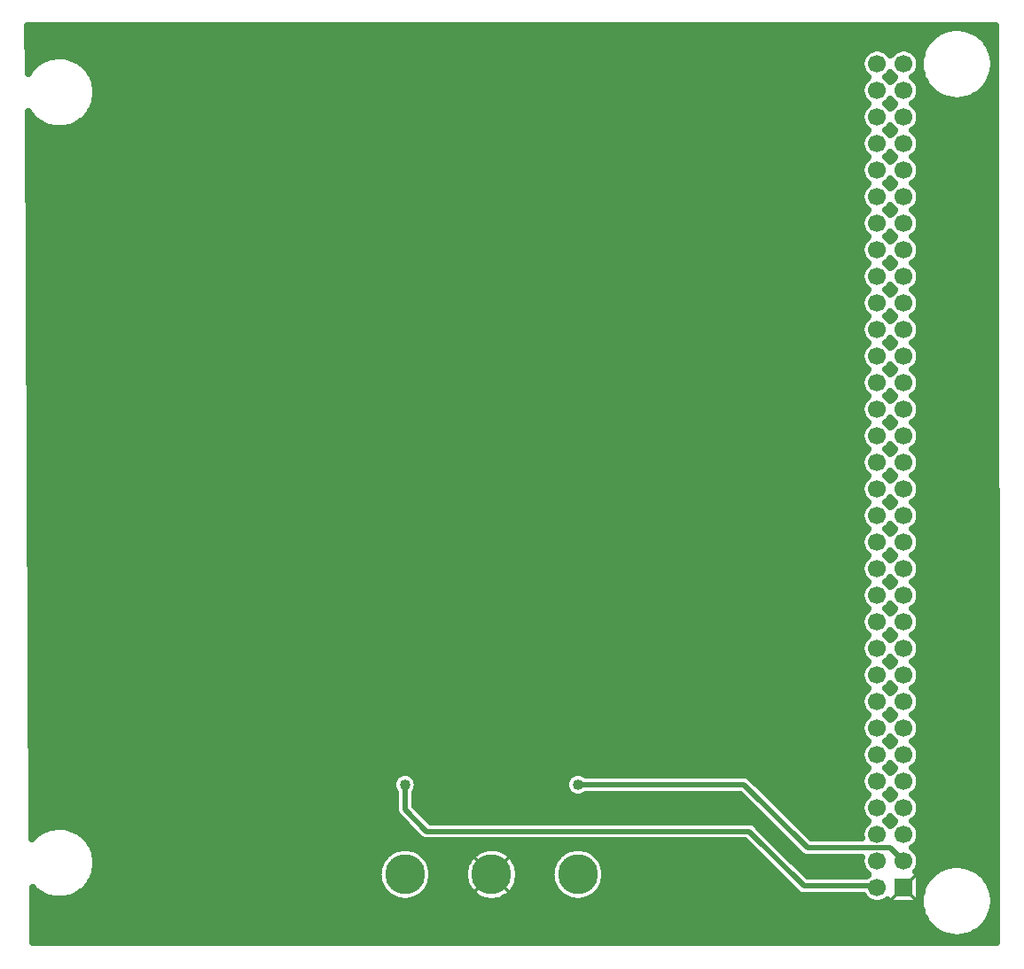
<source format=gbr>
G04 DipTrace 3.3.1.3*
G04 Bottom.gbr*
%MOIN*%
G04 #@! TF.FileFunction,Copper,L2,Bot*
G04 #@! TF.Part,Single*
G04 #@! TA.AperFunction,Conductor*
%ADD12C,0.02*%
G04 #@! TA.AperFunction,CopperBalancing*
%ADD13C,0.025*%
%ADD14C,0.013*%
G04 #@! TA.AperFunction,ComponentPad*
%ADD16C,0.15*%
%ADD17R,0.066929X0.066929*%
%ADD18C,0.066929*%
G04 #@! TA.AperFunction,ViaPad*
%ADD19C,0.04*%
%FSLAX26Y26*%
G04*
G70*
G90*
G75*
G01*
G04 Bottom*
%LPD*%
X1895213Y1032705D2*
D12*
Y938759D1*
X1976464Y857508D1*
X3188964D1*
X3395213Y651259D1*
X3663962D1*
X3670213Y645008D1*
X2545213Y1032705D2*
X3170016D1*
X3407713Y795008D1*
X3720213D1*
X3770213Y745008D1*
D19*
X1895213Y1032705D3*
X2545213D3*
X479161Y3863890D2*
D13*
X3898373D1*
X4042065D2*
X4111525D1*
X479304Y3839022D2*
X3867190D1*
X4073249D2*
X4111561D1*
X479448Y3814153D2*
X3848709D1*
X4091729D2*
X4111633D1*
X479556Y3789284D2*
X3627268D1*
X3713151D2*
X3727277D1*
X3813161D2*
X3837406D1*
X4103033D2*
X4111678D1*
X479699Y3764415D2*
X536564D1*
X653844D2*
X3610977D1*
X479842Y3739546D2*
X498993D1*
X691452D2*
X3607998D1*
X712515Y3714678D2*
X3616001D1*
X3824428D2*
X3833455D1*
X725541Y3689809D2*
X3627842D1*
X3712577D2*
X3727851D1*
X3812586D2*
X3841640D1*
X4098798D2*
X4111848D1*
X732826Y3664940D2*
X3611157D1*
X3829272D2*
X3855779D1*
X4084661D2*
X4111884D1*
X735338Y3640071D2*
X3607962D1*
X3832466D2*
X3878672D1*
X4061766D2*
X4111920D1*
X733329Y3615203D2*
X3615678D1*
X3824751D2*
X3921985D1*
X4018453D2*
X4111991D1*
X726546Y3590334D2*
X3628452D1*
X3711966D2*
X3728461D1*
X3811976D2*
X4112028D1*
X714201Y3565465D2*
X3611335D1*
X3829092D2*
X4112064D1*
X480919Y3540596D2*
X496229D1*
X694179D2*
X3607927D1*
X3832502D2*
X4112099D1*
X481027Y3515728D2*
X531037D1*
X659407D2*
X3615390D1*
X3825037D2*
X4112171D1*
X481170Y3490859D2*
X3629062D1*
X3711356D2*
X3729071D1*
X3811367D2*
X4112207D1*
X481314Y3465990D2*
X3611550D1*
X3828877D2*
X4112243D1*
X481457Y3441121D2*
X3607890D1*
X3832537D2*
X4112279D1*
X481565Y3416252D2*
X3615103D1*
X3825325D2*
X4112351D1*
X481708Y3391384D2*
X3629708D1*
X3710710D2*
X3729682D1*
X3810720D2*
X4112386D1*
X481852Y3366515D2*
X3611730D1*
X3828699D2*
X4112422D1*
X481995Y3341646D2*
X3607855D1*
X3832574D2*
X4112459D1*
X482103Y3316777D2*
X3614817D1*
X3825612D2*
X4112529D1*
X482246Y3291909D2*
X3630354D1*
X3710065D2*
X3730363D1*
X3810074D2*
X4112566D1*
X482390Y3267040D2*
X3611945D1*
X3828482D2*
X4112602D1*
X482533Y3242171D2*
X3607819D1*
X3832609D2*
X4112637D1*
X482641Y3217302D2*
X3614529D1*
X3825899D2*
X4112709D1*
X482785Y3192434D2*
X3631001D1*
X3709419D2*
X3731010D1*
X3809393D2*
X4112745D1*
X482928Y3167565D2*
X3612161D1*
X3828267D2*
X4112781D1*
X483071Y3142696D2*
X3607783D1*
X3832645D2*
X4112817D1*
X483179Y3117827D2*
X3614277D1*
X3826150D2*
X4112889D1*
X483323Y3092959D2*
X3631717D1*
X3708737D2*
X3731691D1*
X3808710D2*
X4112924D1*
X483466Y3068090D2*
X3612376D1*
X3828052D2*
X4112961D1*
X483611Y3043221D2*
X3607783D1*
X3832645D2*
X4112997D1*
X483718Y3018352D2*
X3613991D1*
X3826438D2*
X4113069D1*
X483861Y2993483D2*
X3632399D1*
X3708020D2*
X3732409D1*
X3808029D2*
X4113104D1*
X484004Y2968615D2*
X3612591D1*
X3827836D2*
X4113140D1*
X484112Y2943746D2*
X3607747D1*
X3832682D2*
X4113176D1*
X484256Y2918877D2*
X3613739D1*
X3826688D2*
X4113247D1*
X484399Y2894008D2*
X3633153D1*
X3707266D2*
X3733162D1*
X3807275D2*
X4113284D1*
X484543Y2869140D2*
X3612806D1*
X3827621D2*
X4113319D1*
X484650Y2844271D2*
X3607747D1*
X3832682D2*
X4113355D1*
X484794Y2819402D2*
X3613489D1*
X3826940D2*
X4113392D1*
X484938Y2794533D2*
X3633906D1*
X3706512D2*
X3733915D1*
X3806522D2*
X4113462D1*
X485082Y2769665D2*
X3613058D1*
X3827371D2*
X4113499D1*
X485190Y2744796D2*
X3607747D1*
X3832682D2*
X4113535D1*
X485333Y2719927D2*
X3613237D1*
X3827191D2*
X4113570D1*
X485476Y2695058D2*
X3634553D1*
X3705902D2*
X3734525D1*
X3805876D2*
X4113642D1*
X485620Y2670190D2*
X3613309D1*
X3827119D2*
X4113678D1*
X485728Y2645321D2*
X3607747D1*
X3832682D2*
X4113714D1*
X485871Y2620452D2*
X3613022D1*
X3827406D2*
X4113750D1*
X486015Y2595583D2*
X3633763D1*
X3706655D2*
X3733772D1*
X3806665D2*
X4113822D1*
X486158Y2570714D2*
X3613524D1*
X3826903D2*
X4113857D1*
X486266Y2545846D2*
X3607747D1*
X3832682D2*
X4113893D1*
X486409Y2520977D2*
X3612771D1*
X3827658D2*
X4113930D1*
X486553Y2496108D2*
X3633010D1*
X3707410D2*
X3733019D1*
X3807419D2*
X4114001D1*
X486696Y2471239D2*
X3613776D1*
X3826653D2*
X4114037D1*
X486804Y2446371D2*
X3607747D1*
X3832645D2*
X4114073D1*
X486947Y2421502D2*
X3612556D1*
X3827873D2*
X4114109D1*
X487091Y2396633D2*
X3632292D1*
X3708163D2*
X3732266D1*
X3808137D2*
X4114180D1*
X487199Y2371764D2*
X3614062D1*
X3826365D2*
X4114217D1*
X487342Y2346896D2*
X3607783D1*
X3832645D2*
X4114252D1*
X487486Y2322027D2*
X3612340D1*
X3828088D2*
X4114288D1*
X487629Y2297158D2*
X3631574D1*
X3708844D2*
X3731583D1*
X3808854D2*
X4114360D1*
X487737Y2272289D2*
X3614314D1*
X3826115D2*
X4114396D1*
X487880Y2247420D2*
X3607783D1*
X3832645D2*
X4114432D1*
X488024Y2222552D2*
X3612125D1*
X3828304D2*
X4114468D1*
X488167Y2197683D2*
X3630893D1*
X3709527D2*
X3730902D1*
X3809536D2*
X4114540D1*
X488275Y2172814D2*
X3614602D1*
X3825827D2*
X4114575D1*
X488419Y2147945D2*
X3607819D1*
X3832609D2*
X4114611D1*
X488562Y2123077D2*
X3611910D1*
X3828519D2*
X4114648D1*
X488705Y2098208D2*
X3630210D1*
X3710208D2*
X3730220D1*
X3810218D2*
X4114718D1*
X488813Y2073339D2*
X3614852D1*
X3825577D2*
X4114755D1*
X488957Y2048470D2*
X3607855D1*
X3832574D2*
X4114791D1*
X489100Y2023602D2*
X3611695D1*
X3828734D2*
X4114826D1*
X489243Y1998733D2*
X3629565D1*
X3710855D2*
X3729574D1*
X3810864D2*
X4114898D1*
X489352Y1973864D2*
X3615140D1*
X3825289D2*
X4114934D1*
X489495Y1948995D2*
X3607890D1*
X3832537D2*
X4114970D1*
X489638Y1924127D2*
X3611515D1*
X3828914D2*
X4115006D1*
X489783Y1899258D2*
X3628955D1*
X3711465D2*
X3728964D1*
X3811474D2*
X4115078D1*
X489890Y1874389D2*
X3615426D1*
X3825002D2*
X4115113D1*
X490033Y1849520D2*
X3607927D1*
X3832502D2*
X4115149D1*
X490176Y1824651D2*
X3611300D1*
X3829129D2*
X4115186D1*
X490284Y1799783D2*
X3628344D1*
X3712074D2*
X3728354D1*
X3812083D2*
X4115258D1*
X490428Y1774914D2*
X3615750D1*
X3824679D2*
X4115293D1*
X490571Y1750045D2*
X3607962D1*
X3832466D2*
X4115329D1*
X490716Y1725176D2*
X3611120D1*
X3829308D2*
X4115365D1*
X490823Y1700308D2*
X3627734D1*
X3712684D2*
X3727743D1*
X3812693D2*
X4115436D1*
X490966Y1675439D2*
X3616036D1*
X3824392D2*
X4115473D1*
X491109Y1650570D2*
X3607998D1*
X3832430D2*
X4115508D1*
X491254Y1625701D2*
X3610940D1*
X3829487D2*
X4115544D1*
X491361Y1600833D2*
X3627161D1*
X3713259D2*
X3727170D1*
X3813268D2*
X4115616D1*
X491504Y1575964D2*
X3616359D1*
X3824069D2*
X4115651D1*
X491649Y1551095D2*
X3608070D1*
X3832359D2*
X4115688D1*
X491792Y1526226D2*
X3610762D1*
X3829667D2*
X4115724D1*
X491899Y1501357D2*
X3626586D1*
X3713833D2*
X3726595D1*
X3813842D2*
X4115796D1*
X492043Y1476489D2*
X3616682D1*
X3823746D2*
X4115831D1*
X492187Y1451620D2*
X3608106D1*
X3832322D2*
X4115867D1*
X492330Y1426751D2*
X3610582D1*
X3829847D2*
X4115903D1*
X492438Y1401882D2*
X3626048D1*
X3714371D2*
X3726057D1*
X3814380D2*
X4115974D1*
X492581Y1377014D2*
X3617006D1*
X3823423D2*
X4116011D1*
X492725Y1352145D2*
X3608178D1*
X3832251D2*
X4116046D1*
X492868Y1327276D2*
X3610439D1*
X3829990D2*
X4116082D1*
X492976Y1302407D2*
X3625510D1*
X3714910D2*
X3725525D1*
X3814919D2*
X4116154D1*
X493120Y1277539D2*
X3617329D1*
X3823100D2*
X4116190D1*
X493263Y1252670D2*
X3608250D1*
X3832179D2*
X4116226D1*
X493371Y1227801D2*
X3610259D1*
X3830170D2*
X4116262D1*
X493514Y1202932D2*
X3625007D1*
X3715448D2*
X3724994D1*
X3815420D2*
X4116334D1*
X493658Y1178064D2*
X3617687D1*
X3822741D2*
X4116369D1*
X493801Y1153195D2*
X3608321D1*
X3832107D2*
X4116406D1*
X493909Y1128326D2*
X3610116D1*
X3830313D2*
X4116441D1*
X494053Y1103457D2*
X3624469D1*
X3715949D2*
X3724498D1*
X3815960D2*
X4116514D1*
X494196Y1078588D2*
X1885162D1*
X1905270D2*
X2535169D1*
X2555276D2*
X3618046D1*
X3822382D2*
X4116549D1*
X494339Y1053720D2*
X1851216D1*
X1939180D2*
X2501222D1*
X3203129D2*
X3608393D1*
X3832036D2*
X4116585D1*
X494447Y1028851D2*
X1846372D1*
X1944061D2*
X2496378D1*
X3227997D2*
X3609972D1*
X3830456D2*
X4116621D1*
X494591Y1003982D2*
X1856132D1*
X1934264D2*
X2506138D1*
X3252864D2*
X3623966D1*
X3716452D2*
X3723981D1*
X3816461D2*
X4116657D1*
X494734Y979113D2*
X1856204D1*
X1934229D2*
X3169494D1*
X3277733D2*
X3618405D1*
X3822024D2*
X4116729D1*
X494877Y954245D2*
X1856204D1*
X1934229D2*
X3194361D1*
X3302600D2*
X3608465D1*
X3831964D2*
X4116764D1*
X494985Y929376D2*
X1857424D1*
X1958701D2*
X3219229D1*
X3327468D2*
X3609829D1*
X3830600D2*
X4116800D1*
X495129Y904507D2*
X1875330D1*
X1983569D2*
X3244096D1*
X3352335D2*
X3623501D1*
X3816928D2*
X4116836D1*
X495272Y879638D2*
X1900199D1*
X3220964D2*
X3268965D1*
X3377203D2*
X3618763D1*
X3821665D2*
X4116907D1*
X495417Y854770D2*
X518657D1*
X671751D2*
X1925102D1*
X3245831D2*
X3293833D1*
X3402071D2*
X3608536D1*
X3831892D2*
X4116944D1*
X700854Y829901D2*
X1950077D1*
X3270699D2*
X3318700D1*
X3830743D2*
X4116980D1*
X718329Y805032D2*
X3187327D1*
X3295566D2*
X3343567D1*
X3817394D2*
X4117015D1*
X728986Y780163D2*
X1837473D1*
X1952960D2*
X2162476D1*
X2277962D2*
X2487478D1*
X2602966D2*
X3212196D1*
X3320435D2*
X3368435D1*
X3821306D2*
X4117087D1*
X734333Y755294D2*
X1811062D1*
X1979371D2*
X2136065D1*
X2304373D2*
X2461067D1*
X2629377D2*
X3237064D1*
X3345302D2*
X3608644D1*
X3831784D2*
X4117123D1*
X735087Y730426D2*
X1797606D1*
X1992827D2*
X2122608D1*
X2317830D2*
X2447575D1*
X2642834D2*
X3261931D1*
X3370170D2*
X3609541D1*
X3830888D2*
X3943121D1*
X3997318D2*
X4117159D1*
X731283Y705557D2*
X1791756D1*
X1998676D2*
X2116759D1*
X2323679D2*
X2441762D1*
X2648646D2*
X3286798D1*
X3395037D2*
X3622567D1*
X3817861D2*
X3885742D1*
X4054696D2*
X4117195D1*
X722491Y680688D2*
X1792222D1*
X1998210D2*
X2117226D1*
X2323213D2*
X2442229D1*
X2648180D2*
X3311667D1*
X3832682D2*
X3860012D1*
X4080426D2*
X4117267D1*
X707564Y655819D2*
X1799077D1*
X1991356D2*
X2124079D1*
X2316359D2*
X2449083D1*
X2641326D2*
X3336535D1*
X3832682D2*
X3844216D1*
X4096179D2*
X4117302D1*
X496600Y630951D2*
X507174D1*
X683270D2*
X1813968D1*
X1976428D2*
X2138972D1*
X2301431D2*
X2463974D1*
X2626435D2*
X3361402D1*
X4105581D2*
X4117338D1*
X496743Y606082D2*
X556120D1*
X634288D2*
X1843788D1*
X1946645D2*
X2168791D1*
X2271648D2*
X2493794D1*
X2596650D2*
X3622100D1*
X4109886D2*
X4117401D1*
X496888Y581213D2*
X3830767D1*
X4109636D2*
X4117409D1*
X496995Y556344D2*
X3835612D1*
X4104791D2*
X4117482D1*
X497138Y531476D2*
X3845624D1*
X4094815D2*
X4117518D1*
X497281Y506607D2*
X3862238D1*
X4078201D2*
X4117554D1*
X497426Y481738D2*
X3889545D1*
X4050893D2*
X4117625D1*
X497533Y456869D2*
X4117662D1*
X2321696Y693171D2*
X2321115Y684007D1*
X2319708Y674932D1*
X2317486Y666022D1*
X2314468Y657348D1*
X2310678Y648983D1*
X2306149Y640995D1*
X2300915Y633449D1*
X2295020Y626407D1*
X2288514Y619927D1*
X2281448Y614061D1*
X2273881Y608857D1*
X2265876Y604360D1*
X2257495Y600603D1*
X2248810Y597620D1*
X2239892Y595434D1*
X2230810Y594064D1*
X2221644Y593519D1*
X2212465Y593805D1*
X2203350Y594919D1*
X2194372Y596854D1*
X2185607Y599590D1*
X2177124Y603108D1*
X2168994Y607380D1*
X2161284Y612367D1*
X2154056Y618032D1*
X2147369Y624326D1*
X2141279Y631199D1*
X2135835Y638595D1*
X2131081Y646452D1*
X2127057Y654707D1*
X2123796Y663291D1*
X2121323Y672136D1*
X2119662Y681167D1*
X2118822Y690312D1*
X2118813Y699495D1*
X2119633Y708641D1*
X2121276Y717676D1*
X2123730Y726525D1*
X2126974Y735117D1*
X2130981Y743380D1*
X2135718Y751247D1*
X2141146Y758654D1*
X2147222Y765540D1*
X2153896Y771848D1*
X2161112Y777527D1*
X2168813Y782531D1*
X2176934Y786818D1*
X2185409Y790355D1*
X2194169Y793109D1*
X2203142Y795062D1*
X2212255Y796196D1*
X2221434Y796501D1*
X2230602Y795976D1*
X2239684Y794624D1*
X2248608Y792456D1*
X2257300Y789490D1*
X2265687Y785751D1*
X2273703Y781271D1*
X2281280Y776083D1*
X2288357Y770231D1*
X2294878Y763764D1*
X2300787Y756734D1*
X2306036Y749200D1*
X2310583Y741221D1*
X2314389Y732864D1*
X2317426Y724197D1*
X2319666Y715292D1*
X2321092Y706220D1*
X2321692Y697056D1*
X2321696Y693171D1*
X2646401Y687045D2*
X2645464Y679130D1*
X2643909Y671314D1*
X2641746Y663644D1*
X2638987Y656166D1*
X2635650Y648928D1*
X2631756Y641974D1*
X2627329Y635348D1*
X2622394Y629090D1*
X2616985Y623237D1*
X2611132Y617827D1*
X2604873Y612893D1*
X2598247Y608465D1*
X2591293Y604571D1*
X2584056Y601234D1*
X2576578Y598476D1*
X2568907Y596313D1*
X2561091Y594758D1*
X2553176Y593821D1*
X2545213Y593508D1*
X2537250Y593821D1*
X2529335Y594758D1*
X2521519Y596313D1*
X2513848Y598476D1*
X2506371Y601234D1*
X2499133Y604571D1*
X2492179Y608465D1*
X2485553Y612893D1*
X2479294Y617827D1*
X2473441Y623237D1*
X2468032Y629090D1*
X2463098Y635348D1*
X2458670Y641974D1*
X2454776Y648928D1*
X2451439Y656166D1*
X2448680Y663644D1*
X2446518Y671314D1*
X2444962Y679130D1*
X2444025Y687045D1*
X2443713Y695008D1*
X2444025Y702972D1*
X2444962Y710886D1*
X2446518Y718703D1*
X2448680Y726373D1*
X2451439Y733851D1*
X2454776Y741088D1*
X2458670Y748043D1*
X2463098Y754669D1*
X2468032Y760927D1*
X2473441Y766780D1*
X2479294Y772190D1*
X2485553Y777124D1*
X2492179Y781552D1*
X2499133Y785445D1*
X2506371Y788783D1*
X2513848Y791541D1*
X2521519Y793704D1*
X2529335Y795259D1*
X2537250Y796196D1*
X2545213Y796508D1*
X2553176Y796196D1*
X2561091Y795259D1*
X2568907Y793704D1*
X2576578Y791541D1*
X2584056Y788783D1*
X2591293Y785445D1*
X2598247Y781552D1*
X2604873Y777124D1*
X2611132Y772190D1*
X2616985Y766780D1*
X2622394Y760927D1*
X2627329Y754669D1*
X2631756Y748043D1*
X2635650Y741088D1*
X2638987Y733851D1*
X2641746Y726373D1*
X2643909Y718703D1*
X2645464Y710886D1*
X2646401Y702972D1*
X2646713Y695008D1*
X2646401Y687045D1*
X1996401D2*
X1995464Y679130D1*
X1993909Y671314D1*
X1991746Y663644D1*
X1988987Y656166D1*
X1985650Y648928D1*
X1981756Y641974D1*
X1977329Y635348D1*
X1972394Y629090D1*
X1966985Y623237D1*
X1961132Y617827D1*
X1954873Y612893D1*
X1948247Y608465D1*
X1941293Y604571D1*
X1934056Y601234D1*
X1926578Y598476D1*
X1918907Y596313D1*
X1911091Y594758D1*
X1903176Y593821D1*
X1895213Y593508D1*
X1887250Y593821D1*
X1879335Y594758D1*
X1871519Y596313D1*
X1863848Y598476D1*
X1856371Y601234D1*
X1849133Y604571D1*
X1842179Y608465D1*
X1835553Y612893D1*
X1829294Y617827D1*
X1823441Y623237D1*
X1818032Y629090D1*
X1813098Y635348D1*
X1808670Y641974D1*
X1804776Y648928D1*
X1801439Y656166D1*
X1798680Y663644D1*
X1796518Y671314D1*
X1794962Y679130D1*
X1794025Y687045D1*
X1793713Y695008D1*
X1794025Y702972D1*
X1794962Y710886D1*
X1796518Y718703D1*
X1798680Y726373D1*
X1801439Y733851D1*
X1804776Y741088D1*
X1808670Y748043D1*
X1813098Y754669D1*
X1818032Y760927D1*
X1823441Y766780D1*
X1829294Y772190D1*
X1835553Y777124D1*
X1842179Y781552D1*
X1849133Y785445D1*
X1856371Y788783D1*
X1863848Y791541D1*
X1871519Y793704D1*
X1879335Y795259D1*
X1887250Y796196D1*
X1895213Y796508D1*
X1903176Y796196D1*
X1911091Y795259D1*
X1918907Y793704D1*
X1926578Y791541D1*
X1934056Y788783D1*
X1941293Y785445D1*
X1948247Y781552D1*
X1954873Y777124D1*
X1961132Y772190D1*
X1966985Y766780D1*
X1972394Y760927D1*
X1977329Y754669D1*
X1981756Y748043D1*
X1985650Y741088D1*
X1988987Y733851D1*
X1991746Y726373D1*
X1993909Y718703D1*
X1995464Y710886D1*
X1996401Y702972D1*
X1996713Y695008D1*
X1996401Y687045D1*
X3814851Y704973D2*
X3830178D1*
Y585044D1*
X3710249D1*
Y600367D1*
X3705460Y596497D1*
X3697436Y591579D1*
X3688743Y587978D1*
X3679594Y585783D1*
X3670213Y585044D1*
X3660833Y585783D1*
X3651683Y587978D1*
X3642990Y591579D1*
X3634966Y596497D1*
X3627812Y602607D1*
X3621701Y609762D1*
X3618483Y614752D1*
X3392350Y614871D1*
X3386692Y615767D1*
X3381245Y617537D1*
X3376142Y620137D1*
X3371508Y623503D1*
X3336924Y657927D1*
X3173847Y821006D1*
X1973599Y821121D1*
X1967943Y822016D1*
X1962495Y823787D1*
X1957392Y826386D1*
X1952758Y829754D1*
X1918175Y864178D1*
X1867459Y915053D1*
X1864092Y919687D1*
X1861491Y924791D1*
X1859721Y930238D1*
X1858826Y935894D1*
X1858713Y984691D1*
Y1003888D1*
X1855565Y1008409D1*
X1852252Y1014910D1*
X1849998Y1021850D1*
X1848856Y1029057D1*
Y1036354D1*
X1849998Y1043561D1*
X1852252Y1050501D1*
X1855565Y1057002D1*
X1859855Y1062905D1*
X1865014Y1068064D1*
X1870917Y1072354D1*
X1877418Y1075666D1*
X1884357Y1077920D1*
X1891565Y1079062D1*
X1898861D1*
X1906069Y1077920D1*
X1913008Y1075666D1*
X1919510Y1072354D1*
X1925413Y1068064D1*
X1930571Y1062905D1*
X1934861Y1057002D1*
X1938174Y1050501D1*
X1940428Y1043561D1*
X1941570Y1036354D1*
Y1029057D1*
X1940428Y1021850D1*
X1938174Y1014910D1*
X1934861Y1008409D1*
X1931710Y1003951D1*
X1931713Y953868D1*
X1991587Y894003D1*
X3191827Y893896D1*
X3197483Y893001D1*
X3202931Y891230D1*
X3208035Y888630D1*
X3212669Y885263D1*
X3247251Y850839D1*
X3410330Y687760D1*
X3628137Y687759D1*
X3634966Y693520D1*
X3637154Y694982D1*
X3631270Y699411D1*
X3624616Y706065D1*
X3619085Y713676D1*
X3614813Y722061D1*
X3611906Y731010D1*
X3610434Y740304D1*
Y749713D1*
X3611809Y758520D1*
X3404850Y758621D1*
X3399192Y759516D1*
X3393745Y761287D1*
X3388642Y763886D1*
X3384008Y767254D1*
X3349424Y801678D1*
X3154882Y996220D1*
X2574016Y996205D1*
X2569510Y993057D1*
X2563008Y989745D1*
X2556069Y987490D1*
X2548861Y986348D1*
X2541565D1*
X2534357Y987490D1*
X2527418Y989745D1*
X2520917Y993057D1*
X2515014Y997347D1*
X2509855Y1002506D1*
X2505565Y1008409D1*
X2502252Y1014910D1*
X2499998Y1021850D1*
X2498856Y1029057D1*
Y1036354D1*
X2499998Y1043561D1*
X2502252Y1050501D1*
X2505565Y1057002D1*
X2509855Y1062905D1*
X2515014Y1068064D1*
X2520917Y1072354D1*
X2527418Y1075666D1*
X2534357Y1077920D1*
X2541565Y1079062D1*
X2548861D1*
X2556069Y1077920D1*
X2563008Y1075666D1*
X2569510Y1072354D1*
X2573968Y1069203D1*
X3172880Y1069092D1*
X3178537Y1068197D1*
X3183985Y1066427D1*
X3189087Y1063827D1*
X3193721Y1060460D1*
X3228305Y1026036D1*
X3422847Y831494D1*
X3611787Y831508D1*
X3610434Y840304D1*
Y849713D1*
X3611906Y859007D1*
X3614813Y867956D1*
X3619085Y876340D1*
X3624616Y883952D1*
X3631270Y890606D1*
X3637154Y894982D1*
X3631270Y899411D1*
X3624616Y906065D1*
X3619085Y913676D1*
X3614813Y922061D1*
X3611906Y931010D1*
X3610434Y940304D1*
Y949713D1*
X3611906Y959007D1*
X3614813Y967956D1*
X3619085Y976340D1*
X3624616Y983952D1*
X3631270Y990606D1*
X3637154Y994982D1*
X3631270Y999411D1*
X3624616Y1006065D1*
X3619085Y1013676D1*
X3614813Y1022061D1*
X3611906Y1031010D1*
X3610434Y1040304D1*
Y1049713D1*
X3611906Y1059007D1*
X3614813Y1067956D1*
X3619085Y1076340D1*
X3624616Y1083952D1*
X3631270Y1090606D1*
X3637154Y1094982D1*
X3631270Y1099411D1*
X3624616Y1106065D1*
X3619085Y1113676D1*
X3614813Y1122061D1*
X3611906Y1131010D1*
X3610434Y1140304D1*
Y1149713D1*
X3611906Y1159007D1*
X3614813Y1167956D1*
X3619085Y1176340D1*
X3624616Y1183952D1*
X3631270Y1190606D1*
X3637154Y1194982D1*
X3631270Y1199411D1*
X3624616Y1206065D1*
X3619085Y1213676D1*
X3614813Y1222061D1*
X3611906Y1231010D1*
X3610434Y1240304D1*
Y1249713D1*
X3611906Y1259007D1*
X3614813Y1267956D1*
X3619085Y1276340D1*
X3624616Y1283952D1*
X3631270Y1290606D1*
X3637154Y1294982D1*
X3631270Y1299411D1*
X3624616Y1306065D1*
X3619085Y1313676D1*
X3614813Y1322061D1*
X3611906Y1331010D1*
X3610434Y1340304D1*
Y1349713D1*
X3611906Y1359007D1*
X3614813Y1367956D1*
X3619085Y1376340D1*
X3624616Y1383952D1*
X3631270Y1390606D1*
X3637154Y1394982D1*
X3631270Y1399411D1*
X3624616Y1406065D1*
X3619085Y1413676D1*
X3614813Y1422061D1*
X3611906Y1431010D1*
X3610434Y1440304D1*
Y1449713D1*
X3611906Y1459007D1*
X3614813Y1467956D1*
X3619085Y1476340D1*
X3624616Y1483952D1*
X3631270Y1490606D1*
X3637154Y1494982D1*
X3631270Y1499411D1*
X3624616Y1506065D1*
X3619085Y1513676D1*
X3614813Y1522061D1*
X3611906Y1531010D1*
X3610434Y1540304D1*
Y1549713D1*
X3611906Y1559007D1*
X3614813Y1567956D1*
X3619085Y1576340D1*
X3624616Y1583952D1*
X3631270Y1590606D1*
X3637154Y1594982D1*
X3631270Y1599411D1*
X3624616Y1606065D1*
X3619085Y1613676D1*
X3614813Y1622061D1*
X3611906Y1631010D1*
X3610434Y1640304D1*
Y1649713D1*
X3611906Y1659007D1*
X3614813Y1667956D1*
X3619085Y1676340D1*
X3624616Y1683952D1*
X3631270Y1690606D1*
X3637154Y1694982D1*
X3631270Y1699411D1*
X3624616Y1706065D1*
X3619085Y1713676D1*
X3614813Y1722061D1*
X3611906Y1731010D1*
X3610434Y1740304D1*
Y1749713D1*
X3611906Y1759007D1*
X3614813Y1767956D1*
X3619085Y1776340D1*
X3624616Y1783952D1*
X3631270Y1790606D1*
X3637154Y1794982D1*
X3631270Y1799411D1*
X3624616Y1806065D1*
X3619085Y1813676D1*
X3614813Y1822061D1*
X3611906Y1831010D1*
X3610434Y1840304D1*
Y1849713D1*
X3611906Y1859007D1*
X3614813Y1867956D1*
X3619085Y1876340D1*
X3624616Y1883952D1*
X3631270Y1890606D1*
X3637154Y1894982D1*
X3631270Y1899411D1*
X3624616Y1906065D1*
X3619085Y1913676D1*
X3614813Y1922061D1*
X3611906Y1931010D1*
X3610434Y1940304D1*
Y1949713D1*
X3611906Y1959007D1*
X3614813Y1967956D1*
X3619085Y1976340D1*
X3624616Y1983952D1*
X3631270Y1990606D1*
X3637154Y1994982D1*
X3631270Y1999411D1*
X3624616Y2006065D1*
X3619085Y2013676D1*
X3614813Y2022061D1*
X3611906Y2031010D1*
X3610434Y2040304D1*
Y2049713D1*
X3611906Y2059007D1*
X3614813Y2067956D1*
X3619085Y2076340D1*
X3624616Y2083952D1*
X3631270Y2090606D1*
X3637154Y2094982D1*
X3631270Y2099411D1*
X3624616Y2106065D1*
X3619085Y2113676D1*
X3614813Y2122061D1*
X3611906Y2131010D1*
X3610434Y2140304D1*
Y2149713D1*
X3611906Y2159007D1*
X3614813Y2167956D1*
X3619085Y2176340D1*
X3624616Y2183952D1*
X3631270Y2190606D1*
X3637154Y2194982D1*
X3631270Y2199411D1*
X3624616Y2206065D1*
X3619085Y2213676D1*
X3614813Y2222061D1*
X3611906Y2231010D1*
X3610434Y2240304D1*
Y2249713D1*
X3611906Y2259007D1*
X3614813Y2267956D1*
X3619085Y2276340D1*
X3624616Y2283952D1*
X3631270Y2290606D1*
X3637154Y2294982D1*
X3631270Y2299411D1*
X3624616Y2306065D1*
X3619085Y2313676D1*
X3614813Y2322061D1*
X3611906Y2331010D1*
X3610434Y2340304D1*
Y2349713D1*
X3611906Y2359007D1*
X3614813Y2367956D1*
X3619085Y2376340D1*
X3624616Y2383952D1*
X3631270Y2390606D1*
X3637154Y2394982D1*
X3631270Y2399411D1*
X3624616Y2406065D1*
X3619085Y2413676D1*
X3614813Y2422061D1*
X3611906Y2431010D1*
X3610434Y2440304D1*
Y2449713D1*
X3611906Y2459007D1*
X3614813Y2467956D1*
X3619085Y2476340D1*
X3624616Y2483952D1*
X3631270Y2490606D1*
X3637154Y2494982D1*
X3631270Y2499411D1*
X3624616Y2506065D1*
X3619085Y2513676D1*
X3614813Y2522061D1*
X3611906Y2531010D1*
X3610434Y2540304D1*
Y2549713D1*
X3611906Y2559007D1*
X3614813Y2567956D1*
X3619085Y2576340D1*
X3624616Y2583952D1*
X3631270Y2590606D1*
X3637154Y2594982D1*
X3631270Y2599411D1*
X3624616Y2606065D1*
X3619085Y2613676D1*
X3614813Y2622061D1*
X3611906Y2631010D1*
X3610434Y2640304D1*
Y2649713D1*
X3611906Y2659007D1*
X3614813Y2667956D1*
X3619085Y2676340D1*
X3624616Y2683952D1*
X3631270Y2690606D1*
X3637154Y2694982D1*
X3631270Y2699411D1*
X3624616Y2706065D1*
X3619085Y2713676D1*
X3614813Y2722061D1*
X3611906Y2731010D1*
X3610434Y2740304D1*
Y2749713D1*
X3611906Y2759007D1*
X3614813Y2767956D1*
X3619085Y2776340D1*
X3624616Y2783952D1*
X3631270Y2790606D1*
X3637154Y2794982D1*
X3631270Y2799411D1*
X3624616Y2806065D1*
X3619085Y2813676D1*
X3614813Y2822061D1*
X3611906Y2831010D1*
X3610434Y2840304D1*
Y2849713D1*
X3611906Y2859007D1*
X3614813Y2867956D1*
X3619085Y2876340D1*
X3624616Y2883952D1*
X3631270Y2890606D1*
X3637154Y2894982D1*
X3631270Y2899411D1*
X3624616Y2906065D1*
X3619085Y2913676D1*
X3614813Y2922061D1*
X3611906Y2931010D1*
X3610434Y2940304D1*
Y2949713D1*
X3611906Y2959007D1*
X3614813Y2967956D1*
X3619085Y2976340D1*
X3624616Y2983952D1*
X3631270Y2990606D1*
X3637154Y2994982D1*
X3631270Y2999411D1*
X3624616Y3006065D1*
X3619085Y3013676D1*
X3614813Y3022061D1*
X3611906Y3031010D1*
X3610434Y3040304D1*
Y3049713D1*
X3611906Y3059007D1*
X3614813Y3067956D1*
X3619085Y3076340D1*
X3624616Y3083952D1*
X3631270Y3090606D1*
X3637154Y3094982D1*
X3631270Y3099411D1*
X3624616Y3106065D1*
X3619085Y3113676D1*
X3614813Y3122061D1*
X3611906Y3131010D1*
X3610434Y3140304D1*
Y3149713D1*
X3611906Y3159007D1*
X3614813Y3167956D1*
X3619085Y3176340D1*
X3624616Y3183952D1*
X3631270Y3190606D1*
X3637154Y3194982D1*
X3631270Y3199411D1*
X3624616Y3206065D1*
X3619085Y3213676D1*
X3614813Y3222061D1*
X3611906Y3231010D1*
X3610434Y3240304D1*
Y3249713D1*
X3611906Y3259007D1*
X3614813Y3267956D1*
X3619085Y3276340D1*
X3624616Y3283952D1*
X3631270Y3290606D1*
X3637154Y3294982D1*
X3631270Y3299411D1*
X3624616Y3306065D1*
X3619085Y3313676D1*
X3614813Y3322061D1*
X3611906Y3331010D1*
X3610434Y3340304D1*
Y3349713D1*
X3611906Y3359007D1*
X3614813Y3367956D1*
X3619085Y3376340D1*
X3624616Y3383952D1*
X3631270Y3390606D1*
X3637154Y3394982D1*
X3631270Y3399411D1*
X3624616Y3406065D1*
X3619085Y3413676D1*
X3614813Y3422061D1*
X3611906Y3431010D1*
X3610434Y3440304D1*
Y3449713D1*
X3611906Y3459007D1*
X3614813Y3467956D1*
X3619085Y3476340D1*
X3624616Y3483952D1*
X3631270Y3490606D1*
X3637154Y3494982D1*
X3631270Y3499411D1*
X3624616Y3506065D1*
X3619085Y3513676D1*
X3614813Y3522061D1*
X3611906Y3531010D1*
X3610434Y3540304D1*
Y3549713D1*
X3611906Y3559007D1*
X3614813Y3567956D1*
X3619085Y3576340D1*
X3624616Y3583952D1*
X3631270Y3590606D1*
X3637154Y3594982D1*
X3631270Y3599411D1*
X3624616Y3606065D1*
X3619085Y3613676D1*
X3614813Y3622061D1*
X3611906Y3631010D1*
X3610434Y3640304D1*
Y3649713D1*
X3611906Y3659007D1*
X3614813Y3667956D1*
X3619085Y3676340D1*
X3624616Y3683952D1*
X3631270Y3690606D1*
X3637154Y3694982D1*
X3631270Y3699411D1*
X3624616Y3706065D1*
X3619085Y3713676D1*
X3614813Y3722061D1*
X3611906Y3731010D1*
X3610434Y3740304D1*
Y3749713D1*
X3611906Y3759007D1*
X3614813Y3767956D1*
X3619085Y3776340D1*
X3624616Y3783952D1*
X3631270Y3790606D1*
X3638881Y3796137D1*
X3647266Y3800409D1*
X3656214Y3803315D1*
X3665508Y3804788D1*
X3674918D1*
X3684212Y3803315D1*
X3693161Y3800409D1*
X3701545Y3796137D1*
X3709157Y3790606D1*
X3715810Y3783952D1*
X3720187Y3778067D1*
X3724616Y3783952D1*
X3731270Y3790606D1*
X3738881Y3796137D1*
X3747266Y3800409D1*
X3756214Y3803315D1*
X3765508Y3804788D1*
X3774918D1*
X3784212Y3803315D1*
X3793161Y3800409D1*
X3801545Y3796137D1*
X3809157Y3790606D1*
X3815810Y3783952D1*
X3821342Y3776340D1*
X3825613Y3767956D1*
X3828520Y3759007D1*
X3829993Y3749713D1*
Y3740304D1*
X3828520Y3731010D1*
X3825613Y3722061D1*
X3821342Y3713676D1*
X3815810Y3706065D1*
X3809157Y3699411D1*
X3803272Y3695035D1*
X3809157Y3690606D1*
X3815810Y3683952D1*
X3821342Y3676340D1*
X3825613Y3667956D1*
X3828520Y3659007D1*
X3829993Y3649713D1*
Y3640304D1*
X3828520Y3631010D1*
X3825613Y3622061D1*
X3821342Y3613676D1*
X3815810Y3606065D1*
X3809157Y3599411D1*
X3803272Y3595035D1*
X3809157Y3590606D1*
X3815810Y3583952D1*
X3821342Y3576340D1*
X3825613Y3567956D1*
X3828520Y3559007D1*
X3829993Y3549713D1*
Y3540304D1*
X3828520Y3531010D1*
X3825613Y3522061D1*
X3821342Y3513676D1*
X3815810Y3506065D1*
X3809157Y3499411D1*
X3803272Y3495035D1*
X3809157Y3490606D1*
X3815810Y3483952D1*
X3821342Y3476340D1*
X3825613Y3467956D1*
X3828520Y3459007D1*
X3829993Y3449713D1*
Y3440304D1*
X3828520Y3431010D1*
X3825613Y3422061D1*
X3821342Y3413676D1*
X3815810Y3406065D1*
X3809157Y3399411D1*
X3803272Y3395035D1*
X3809157Y3390606D1*
X3815810Y3383952D1*
X3821342Y3376340D1*
X3825613Y3367956D1*
X3828520Y3359007D1*
X3829993Y3349713D1*
Y3340304D1*
X3828520Y3331010D1*
X3825613Y3322061D1*
X3821342Y3313676D1*
X3815810Y3306065D1*
X3809157Y3299411D1*
X3803272Y3295035D1*
X3809157Y3290606D1*
X3815810Y3283952D1*
X3821342Y3276340D1*
X3825613Y3267956D1*
X3828520Y3259007D1*
X3829993Y3249713D1*
Y3240304D1*
X3828520Y3231010D1*
X3825613Y3222061D1*
X3821342Y3213676D1*
X3815810Y3206065D1*
X3809157Y3199411D1*
X3803272Y3195035D1*
X3809157Y3190606D1*
X3815810Y3183952D1*
X3821342Y3176340D1*
X3825613Y3167956D1*
X3828520Y3159007D1*
X3829993Y3149713D1*
Y3140304D1*
X3828520Y3131010D1*
X3825613Y3122061D1*
X3821342Y3113676D1*
X3815810Y3106065D1*
X3809157Y3099411D1*
X3803272Y3095035D1*
X3809157Y3090606D1*
X3815810Y3083952D1*
X3821342Y3076340D1*
X3825613Y3067956D1*
X3828520Y3059007D1*
X3829993Y3049713D1*
Y3040304D1*
X3828520Y3031010D1*
X3825613Y3022061D1*
X3821342Y3013676D1*
X3815810Y3006065D1*
X3809157Y2999411D1*
X3803272Y2995035D1*
X3809157Y2990606D1*
X3815810Y2983952D1*
X3821342Y2976340D1*
X3825613Y2967956D1*
X3828520Y2959007D1*
X3829993Y2949713D1*
Y2940304D1*
X3828520Y2931010D1*
X3825613Y2922061D1*
X3821342Y2913676D1*
X3815810Y2906065D1*
X3809157Y2899411D1*
X3803272Y2895035D1*
X3809157Y2890606D1*
X3815810Y2883952D1*
X3821342Y2876340D1*
X3825613Y2867956D1*
X3828520Y2859007D1*
X3829993Y2849713D1*
Y2840304D1*
X3828520Y2831010D1*
X3825613Y2822061D1*
X3821342Y2813676D1*
X3815810Y2806065D1*
X3809157Y2799411D1*
X3803272Y2795035D1*
X3809157Y2790606D1*
X3815810Y2783952D1*
X3821342Y2776340D1*
X3825613Y2767956D1*
X3828520Y2759007D1*
X3829993Y2749713D1*
Y2740304D1*
X3828520Y2731010D1*
X3825613Y2722061D1*
X3821342Y2713676D1*
X3815810Y2706065D1*
X3809157Y2699411D1*
X3803272Y2695035D1*
X3809157Y2690606D1*
X3815810Y2683952D1*
X3821342Y2676340D1*
X3825613Y2667956D1*
X3828520Y2659007D1*
X3829993Y2649713D1*
Y2640304D1*
X3828520Y2631010D1*
X3825613Y2622061D1*
X3821342Y2613676D1*
X3815810Y2606065D1*
X3809157Y2599411D1*
X3803272Y2595035D1*
X3809157Y2590606D1*
X3815810Y2583952D1*
X3821342Y2576340D1*
X3825613Y2567956D1*
X3828520Y2559007D1*
X3829993Y2549713D1*
Y2540304D1*
X3828520Y2531010D1*
X3825613Y2522061D1*
X3821342Y2513676D1*
X3815810Y2506065D1*
X3809157Y2499411D1*
X3803272Y2495035D1*
X3809157Y2490606D1*
X3815810Y2483952D1*
X3821342Y2476340D1*
X3825613Y2467956D1*
X3828520Y2459007D1*
X3829993Y2449713D1*
Y2440304D1*
X3828520Y2431010D1*
X3825613Y2422061D1*
X3821342Y2413676D1*
X3815810Y2406065D1*
X3809157Y2399411D1*
X3803272Y2395035D1*
X3809157Y2390606D1*
X3815810Y2383952D1*
X3821342Y2376340D1*
X3825613Y2367956D1*
X3828520Y2359007D1*
X3829993Y2349713D1*
Y2340304D1*
X3828520Y2331010D1*
X3825613Y2322061D1*
X3821342Y2313676D1*
X3815810Y2306065D1*
X3809157Y2299411D1*
X3803272Y2295035D1*
X3809157Y2290606D1*
X3815810Y2283952D1*
X3821342Y2276340D1*
X3825613Y2267956D1*
X3828520Y2259007D1*
X3829993Y2249713D1*
Y2240304D1*
X3828520Y2231010D1*
X3825613Y2222061D1*
X3821342Y2213676D1*
X3815810Y2206065D1*
X3809157Y2199411D1*
X3803272Y2195035D1*
X3809157Y2190606D1*
X3815810Y2183952D1*
X3821342Y2176340D1*
X3825613Y2167956D1*
X3828520Y2159007D1*
X3829993Y2149713D1*
Y2140304D1*
X3828520Y2131010D1*
X3825613Y2122061D1*
X3821342Y2113676D1*
X3815810Y2106065D1*
X3809157Y2099411D1*
X3803272Y2095035D1*
X3809157Y2090606D1*
X3815810Y2083952D1*
X3821342Y2076340D1*
X3825613Y2067956D1*
X3828520Y2059007D1*
X3829993Y2049713D1*
Y2040304D1*
X3828520Y2031010D1*
X3825613Y2022061D1*
X3821342Y2013676D1*
X3815810Y2006065D1*
X3809157Y1999411D1*
X3803272Y1995035D1*
X3809157Y1990606D1*
X3815810Y1983952D1*
X3821342Y1976340D1*
X3825613Y1967956D1*
X3828520Y1959007D1*
X3829993Y1949713D1*
Y1940304D1*
X3828520Y1931010D1*
X3825613Y1922061D1*
X3821342Y1913676D1*
X3815810Y1906065D1*
X3809157Y1899411D1*
X3803272Y1895035D1*
X3809157Y1890606D1*
X3815810Y1883952D1*
X3821342Y1876340D1*
X3825613Y1867956D1*
X3828520Y1859007D1*
X3829993Y1849713D1*
Y1840304D1*
X3828520Y1831010D1*
X3825613Y1822061D1*
X3821342Y1813676D1*
X3815810Y1806065D1*
X3809157Y1799411D1*
X3803272Y1795035D1*
X3809157Y1790606D1*
X3815810Y1783952D1*
X3821342Y1776340D1*
X3825613Y1767956D1*
X3828520Y1759007D1*
X3829993Y1749713D1*
Y1740304D1*
X3828520Y1731010D1*
X3825613Y1722061D1*
X3821342Y1713676D1*
X3815810Y1706065D1*
X3809157Y1699411D1*
X3803272Y1695035D1*
X3809157Y1690606D1*
X3815810Y1683952D1*
X3821342Y1676340D1*
X3825613Y1667956D1*
X3828520Y1659007D1*
X3829993Y1649713D1*
Y1640304D1*
X3828520Y1631010D1*
X3825613Y1622061D1*
X3821342Y1613676D1*
X3815810Y1606065D1*
X3809157Y1599411D1*
X3803272Y1595035D1*
X3809157Y1590606D1*
X3815810Y1583952D1*
X3821342Y1576340D1*
X3825613Y1567956D1*
X3828520Y1559007D1*
X3829993Y1549713D1*
Y1540304D1*
X3828520Y1531010D1*
X3825613Y1522061D1*
X3821342Y1513676D1*
X3815810Y1506065D1*
X3809157Y1499411D1*
X3803272Y1495035D1*
X3809157Y1490606D1*
X3815810Y1483952D1*
X3821342Y1476340D1*
X3825613Y1467956D1*
X3828520Y1459007D1*
X3829993Y1449713D1*
Y1440304D1*
X3828520Y1431010D1*
X3825613Y1422061D1*
X3821342Y1413676D1*
X3815810Y1406065D1*
X3809157Y1399411D1*
X3803272Y1395035D1*
X3809157Y1390606D1*
X3815810Y1383952D1*
X3821342Y1376340D1*
X3825613Y1367956D1*
X3828520Y1359007D1*
X3829993Y1349713D1*
Y1340304D1*
X3828520Y1331010D1*
X3825613Y1322061D1*
X3821342Y1313676D1*
X3815810Y1306065D1*
X3809157Y1299411D1*
X3803272Y1295035D1*
X3809157Y1290606D1*
X3815810Y1283952D1*
X3821342Y1276340D1*
X3825613Y1267956D1*
X3828520Y1259007D1*
X3829993Y1249713D1*
Y1240304D1*
X3828520Y1231010D1*
X3825613Y1222061D1*
X3821342Y1213676D1*
X3815810Y1206065D1*
X3809157Y1199411D1*
X3803272Y1195035D1*
X3809157Y1190606D1*
X3815810Y1183952D1*
X3821342Y1176340D1*
X3825613Y1167956D1*
X3828520Y1159007D1*
X3829993Y1149713D1*
Y1140304D1*
X3828520Y1131010D1*
X3825613Y1122061D1*
X3821342Y1113676D1*
X3815810Y1106065D1*
X3809157Y1099411D1*
X3803272Y1095035D1*
X3809157Y1090606D1*
X3815810Y1083952D1*
X3821342Y1076340D1*
X3825613Y1067956D1*
X3828520Y1059007D1*
X3829993Y1049713D1*
Y1040304D1*
X3828520Y1031010D1*
X3825613Y1022061D1*
X3821342Y1013676D1*
X3815810Y1006065D1*
X3809157Y999411D1*
X3803272Y995035D1*
X3809157Y990606D1*
X3815810Y983952D1*
X3821342Y976340D1*
X3825613Y967956D1*
X3828520Y959007D1*
X3829993Y949713D1*
Y940304D1*
X3828520Y931010D1*
X3825613Y922061D1*
X3821342Y913676D1*
X3815810Y906065D1*
X3809157Y899411D1*
X3803272Y895035D1*
X3809157Y890606D1*
X3815810Y883952D1*
X3821342Y876340D1*
X3825613Y867956D1*
X3828520Y859007D1*
X3829993Y849713D1*
Y840304D1*
X3828520Y831010D1*
X3825613Y822061D1*
X3821342Y813676D1*
X3815810Y806065D1*
X3809157Y799411D1*
X3803272Y795035D1*
X3809157Y790606D1*
X3815810Y783952D1*
X3821342Y776340D1*
X3825613Y767956D1*
X3828520Y759007D1*
X3829993Y749713D1*
Y740304D1*
X3828520Y731010D1*
X3825613Y722061D1*
X3821342Y713676D1*
X3815810Y706065D1*
X3814800Y704970D1*
X3720239Y878067D2*
X3724616Y883952D1*
X3731270Y890606D1*
X3737154Y894982D1*
X3731270Y899411D1*
X3724616Y906065D1*
X3720239Y911949D1*
X3715810Y906065D1*
X3709157Y899411D1*
X3703272Y895035D1*
X3709157Y890606D1*
X3715810Y883952D1*
X3720187Y878067D1*
X3720239Y978067D2*
X3724616Y983952D1*
X3731270Y990606D1*
X3737154Y994982D1*
X3731270Y999411D1*
X3724616Y1006065D1*
X3720239Y1011949D1*
X3715810Y1006065D1*
X3709157Y999411D1*
X3703272Y995035D1*
X3709157Y990606D1*
X3715810Y983952D1*
X3720187Y978067D1*
X3720239Y1078067D2*
X3724616Y1083952D1*
X3731270Y1090606D1*
X3737154Y1094982D1*
X3731270Y1099411D1*
X3724616Y1106065D1*
X3720239Y1111949D1*
X3715810Y1106065D1*
X3709157Y1099411D1*
X3703272Y1095035D1*
X3709157Y1090606D1*
X3715810Y1083952D1*
X3720187Y1078067D1*
X3720239Y1178067D2*
X3724616Y1183952D1*
X3731270Y1190606D1*
X3737154Y1194982D1*
X3731270Y1199411D1*
X3724616Y1206065D1*
X3720239Y1211949D1*
X3715810Y1206065D1*
X3709157Y1199411D1*
X3703272Y1195035D1*
X3709157Y1190606D1*
X3715810Y1183952D1*
X3720187Y1178067D1*
X3720239Y1278067D2*
X3724616Y1283952D1*
X3731270Y1290606D1*
X3737154Y1294982D1*
X3731270Y1299411D1*
X3724616Y1306065D1*
X3720239Y1311949D1*
X3715810Y1306065D1*
X3709157Y1299411D1*
X3703272Y1295035D1*
X3709157Y1290606D1*
X3715810Y1283952D1*
X3720187Y1278067D1*
X3720239Y1378067D2*
X3724616Y1383952D1*
X3731270Y1390606D1*
X3737154Y1394982D1*
X3731270Y1399411D1*
X3724616Y1406065D1*
X3720239Y1411949D1*
X3715810Y1406065D1*
X3709157Y1399411D1*
X3703272Y1395035D1*
X3709157Y1390606D1*
X3715810Y1383952D1*
X3720187Y1378067D1*
X3720239Y1478067D2*
X3724616Y1483952D1*
X3731270Y1490606D1*
X3737154Y1494982D1*
X3731270Y1499411D1*
X3724616Y1506065D1*
X3720239Y1511949D1*
X3715810Y1506065D1*
X3709157Y1499411D1*
X3703272Y1495035D1*
X3709157Y1490606D1*
X3715810Y1483952D1*
X3720187Y1478067D1*
X3720239Y1578067D2*
X3724616Y1583952D1*
X3731270Y1590606D1*
X3737154Y1594982D1*
X3731270Y1599411D1*
X3724616Y1606065D1*
X3720239Y1611949D1*
X3715810Y1606065D1*
X3709157Y1599411D1*
X3703272Y1595035D1*
X3709157Y1590606D1*
X3715810Y1583952D1*
X3720187Y1578067D1*
X3720239Y1678067D2*
X3724616Y1683952D1*
X3731270Y1690606D1*
X3737154Y1694982D1*
X3731270Y1699411D1*
X3724616Y1706065D1*
X3720239Y1711949D1*
X3715810Y1706065D1*
X3709157Y1699411D1*
X3703272Y1695035D1*
X3709157Y1690606D1*
X3715810Y1683952D1*
X3720187Y1678067D1*
X3720239Y1778067D2*
X3724616Y1783952D1*
X3731270Y1790606D1*
X3737154Y1794982D1*
X3731270Y1799411D1*
X3724616Y1806065D1*
X3720239Y1811949D1*
X3715810Y1806065D1*
X3709157Y1799411D1*
X3703272Y1795035D1*
X3709157Y1790606D1*
X3715810Y1783952D1*
X3720187Y1778067D1*
X3720239Y1878067D2*
X3724616Y1883952D1*
X3731270Y1890606D1*
X3737154Y1894982D1*
X3731270Y1899411D1*
X3724616Y1906065D1*
X3720239Y1911949D1*
X3715810Y1906065D1*
X3709157Y1899411D1*
X3703272Y1895035D1*
X3709157Y1890606D1*
X3715810Y1883952D1*
X3720187Y1878067D1*
X3720239Y1978067D2*
X3724616Y1983952D1*
X3731270Y1990606D1*
X3737154Y1994982D1*
X3731270Y1999411D1*
X3724616Y2006065D1*
X3720239Y2011949D1*
X3715810Y2006065D1*
X3709157Y1999411D1*
X3703272Y1995035D1*
X3709157Y1990606D1*
X3715810Y1983952D1*
X3720187Y1978067D1*
X3720239Y2078067D2*
X3724616Y2083952D1*
X3731270Y2090606D1*
X3737154Y2094982D1*
X3731270Y2099411D1*
X3724616Y2106065D1*
X3720239Y2111949D1*
X3715810Y2106065D1*
X3709157Y2099411D1*
X3703272Y2095035D1*
X3709157Y2090606D1*
X3715810Y2083952D1*
X3720187Y2078067D1*
X3720239Y2178067D2*
X3724616Y2183952D1*
X3731270Y2190606D1*
X3737154Y2194982D1*
X3731270Y2199411D1*
X3724616Y2206065D1*
X3720239Y2211949D1*
X3715810Y2206065D1*
X3709157Y2199411D1*
X3703272Y2195035D1*
X3709157Y2190606D1*
X3715810Y2183952D1*
X3720187Y2178067D1*
X3720239Y2278067D2*
X3724616Y2283952D1*
X3731270Y2290606D1*
X3737154Y2294982D1*
X3731270Y2299411D1*
X3724616Y2306065D1*
X3720239Y2311949D1*
X3715810Y2306065D1*
X3709157Y2299411D1*
X3703272Y2295035D1*
X3709157Y2290606D1*
X3715810Y2283952D1*
X3720187Y2278067D1*
X3720239Y2378067D2*
X3724616Y2383952D1*
X3731270Y2390606D1*
X3737154Y2394982D1*
X3731270Y2399411D1*
X3724616Y2406065D1*
X3720239Y2411949D1*
X3715810Y2406065D1*
X3709157Y2399411D1*
X3703272Y2395035D1*
X3709157Y2390606D1*
X3715810Y2383952D1*
X3720187Y2378067D1*
X3720239Y2478067D2*
X3724616Y2483952D1*
X3731270Y2490606D1*
X3737154Y2494982D1*
X3731270Y2499411D1*
X3724616Y2506065D1*
X3720239Y2511949D1*
X3715810Y2506065D1*
X3709157Y2499411D1*
X3703272Y2495035D1*
X3709157Y2490606D1*
X3715810Y2483952D1*
X3720187Y2478067D1*
X3720239Y2578067D2*
X3724616Y2583952D1*
X3731270Y2590606D1*
X3737154Y2594982D1*
X3731270Y2599411D1*
X3724616Y2606065D1*
X3720239Y2611949D1*
X3715810Y2606065D1*
X3709157Y2599411D1*
X3703272Y2595035D1*
X3709157Y2590606D1*
X3715810Y2583952D1*
X3720187Y2578067D1*
X3720239Y2678067D2*
X3724616Y2683952D1*
X3731270Y2690606D1*
X3737154Y2694982D1*
X3731270Y2699411D1*
X3724616Y2706065D1*
X3720239Y2711949D1*
X3715810Y2706065D1*
X3709157Y2699411D1*
X3703272Y2695035D1*
X3709157Y2690606D1*
X3715810Y2683952D1*
X3720187Y2678067D1*
X3720239Y2778067D2*
X3724616Y2783952D1*
X3731270Y2790606D1*
X3737154Y2794982D1*
X3731270Y2799411D1*
X3724616Y2806065D1*
X3720239Y2811949D1*
X3715810Y2806065D1*
X3709157Y2799411D1*
X3703272Y2795035D1*
X3709157Y2790606D1*
X3715810Y2783952D1*
X3720187Y2778067D1*
X3720239Y2878067D2*
X3724616Y2883952D1*
X3731270Y2890606D1*
X3737154Y2894982D1*
X3731270Y2899411D1*
X3724616Y2906065D1*
X3720239Y2911949D1*
X3715810Y2906065D1*
X3709157Y2899411D1*
X3703272Y2895035D1*
X3709157Y2890606D1*
X3715810Y2883952D1*
X3720187Y2878067D1*
X3720239Y2978067D2*
X3724616Y2983952D1*
X3731270Y2990606D1*
X3737154Y2994982D1*
X3731270Y2999411D1*
X3724616Y3006065D1*
X3720239Y3011949D1*
X3715810Y3006065D1*
X3709157Y2999411D1*
X3703272Y2995035D1*
X3709157Y2990606D1*
X3715810Y2983952D1*
X3720187Y2978067D1*
X3720239Y3078067D2*
X3724616Y3083952D1*
X3731270Y3090606D1*
X3737154Y3094982D1*
X3731270Y3099411D1*
X3724616Y3106065D1*
X3720239Y3111949D1*
X3715810Y3106065D1*
X3709157Y3099411D1*
X3703272Y3095035D1*
X3709157Y3090606D1*
X3715810Y3083952D1*
X3720187Y3078067D1*
X3720239Y3178067D2*
X3724616Y3183952D1*
X3731270Y3190606D1*
X3737154Y3194982D1*
X3731270Y3199411D1*
X3724616Y3206065D1*
X3720239Y3211949D1*
X3715810Y3206065D1*
X3709157Y3199411D1*
X3703272Y3195035D1*
X3709157Y3190606D1*
X3715810Y3183952D1*
X3720187Y3178067D1*
X3720239Y3278067D2*
X3724616Y3283952D1*
X3731270Y3290606D1*
X3737154Y3294982D1*
X3731270Y3299411D1*
X3724616Y3306065D1*
X3720239Y3311949D1*
X3715810Y3306065D1*
X3709157Y3299411D1*
X3703272Y3295035D1*
X3709157Y3290606D1*
X3715810Y3283952D1*
X3720187Y3278067D1*
X3720239Y3378067D2*
X3724616Y3383952D1*
X3731270Y3390606D1*
X3737154Y3394982D1*
X3731270Y3399411D1*
X3724616Y3406065D1*
X3720239Y3411949D1*
X3715810Y3406065D1*
X3709157Y3399411D1*
X3703272Y3395035D1*
X3709157Y3390606D1*
X3715810Y3383952D1*
X3720187Y3378067D1*
X3720239Y3478067D2*
X3724616Y3483952D1*
X3731270Y3490606D1*
X3737154Y3494982D1*
X3731270Y3499411D1*
X3724616Y3506065D1*
X3720239Y3511949D1*
X3715810Y3506065D1*
X3709157Y3499411D1*
X3703272Y3495035D1*
X3709157Y3490606D1*
X3715810Y3483952D1*
X3720187Y3478067D1*
X3720239Y3578067D2*
X3724616Y3583952D1*
X3731270Y3590606D1*
X3737154Y3594982D1*
X3731270Y3599411D1*
X3724616Y3606065D1*
X3720239Y3611949D1*
X3715810Y3606065D1*
X3709157Y3599411D1*
X3703272Y3595035D1*
X3709157Y3590606D1*
X3715810Y3583952D1*
X3720187Y3578067D1*
X3720239Y3678067D2*
X3724616Y3683952D1*
X3731270Y3690606D1*
X3737154Y3694982D1*
X3731270Y3699411D1*
X3724616Y3706065D1*
X3720239Y3711949D1*
X3715810Y3706065D1*
X3709157Y3699411D1*
X3703272Y3695035D1*
X3709157Y3690606D1*
X3715810Y3683952D1*
X3720187Y3678067D1*
X732537Y3629578D2*
X731620Y3620440D1*
X730095Y3611382D1*
X727968Y3602447D1*
X725251Y3593674D1*
X721955Y3585102D1*
X718094Y3576767D1*
X713686Y3568709D1*
X708750Y3560964D1*
X703308Y3553565D1*
X697385Y3546545D1*
X691007Y3539936D1*
X684203Y3533767D1*
X677002Y3528065D1*
X669438Y3522856D1*
X661543Y3518165D1*
X653351Y3514008D1*
X644901Y3510409D1*
X636230Y3507381D1*
X627377Y3504938D1*
X618380Y3503090D1*
X609280Y3501847D1*
X600116Y3501214D1*
X590932Y3501193D1*
X581767Y3501785D1*
X572661Y3502987D1*
X563655Y3504793D1*
X554791Y3507196D1*
X546106Y3510186D1*
X537640Y3513747D1*
X529431Y3517865D1*
X521514Y3522522D1*
X513926Y3527696D1*
X506699Y3533365D1*
X499867Y3539503D1*
X493460Y3546083D1*
X487504Y3553077D1*
X482029Y3560451D1*
X478283Y3566273D1*
X493029Y830940D1*
X498973Y837146D1*
X505749Y843347D1*
X512924Y849081D1*
X520465Y854323D1*
X528339Y859052D1*
X536511Y863243D1*
X544944Y866882D1*
X553602Y869949D1*
X562444Y872432D1*
X571434Y874321D1*
X580528Y875604D1*
X589687Y876279D1*
X598872Y876342D1*
X608040Y875792D1*
X617151Y874630D1*
X626165Y872865D1*
X635040Y870502D1*
X643738Y867552D1*
X652220Y864029D1*
X660448Y859948D1*
X668385Y855327D1*
X675998Y850187D1*
X683250Y844552D1*
X690109Y838444D1*
X696546Y831893D1*
X702533Y824927D1*
X708041Y817577D1*
X713046Y809876D1*
X717527Y801859D1*
X721464Y793561D1*
X724838Y785018D1*
X727634Y776270D1*
X729842Y767354D1*
X731448Y758310D1*
X732449Y749180D1*
X732844Y738759D1*
X732537Y729579D1*
X731620Y720441D1*
X730095Y711384D1*
X727968Y702448D1*
X725251Y693675D1*
X721955Y685103D1*
X718094Y676768D1*
X713686Y668710D1*
X708750Y660965D1*
X703308Y653566D1*
X697385Y646546D1*
X691007Y639938D1*
X684203Y633768D1*
X677002Y628066D1*
X669438Y622857D1*
X661543Y618166D1*
X653351Y614010D1*
X644901Y610410D1*
X636230Y607382D1*
X627377Y604939D1*
X618380Y603091D1*
X609280Y601848D1*
X600116Y601216D1*
X590932Y601195D1*
X581767Y601787D1*
X572661Y602989D1*
X563655Y604794D1*
X554791Y607197D1*
X546106Y610187D1*
X537640Y613749D1*
X529431Y617867D1*
X521514Y622523D1*
X513926Y627697D1*
X506699Y633367D1*
X499867Y639504D1*
X494035Y645494D1*
X495145Y438731D1*
X4120184Y438759D1*
X4113986Y3888731D1*
X476503Y3888758D1*
X477495Y3710029D1*
X481326Y3716037D1*
X486734Y3723461D1*
X492625Y3730507D1*
X498973Y3737145D1*
X505749Y3743346D1*
X512924Y3749079D1*
X520465Y3754322D1*
X528339Y3759050D1*
X536511Y3763242D1*
X544944Y3766881D1*
X553602Y3769948D1*
X562444Y3772431D1*
X571434Y3774319D1*
X580528Y3775603D1*
X589687Y3776277D1*
X598872Y3776340D1*
X608040Y3775791D1*
X617151Y3774629D1*
X626165Y3772864D1*
X635040Y3770501D1*
X643738Y3767550D1*
X652220Y3764028D1*
X660448Y3759947D1*
X668385Y3755326D1*
X675998Y3750186D1*
X683250Y3744550D1*
X690109Y3738443D1*
X696546Y3731892D1*
X702533Y3724926D1*
X708041Y3717575D1*
X713046Y3709875D1*
X717527Y3701857D1*
X721464Y3693560D1*
X724838Y3685016D1*
X727634Y3676268D1*
X729842Y3667352D1*
X731448Y3658309D1*
X732449Y3649179D1*
X732844Y3638758D1*
X732537Y3629578D1*
X4107537Y585829D2*
X4106620Y576691D1*
X4105095Y567633D1*
X4102968Y558697D1*
X4100251Y549924D1*
X4096955Y541352D1*
X4093094Y533018D1*
X4088686Y524960D1*
X4083750Y517214D1*
X4078308Y509815D1*
X4072385Y502796D1*
X4066007Y496187D1*
X4059203Y490018D1*
X4052002Y484315D1*
X4044438Y479107D1*
X4036543Y474415D1*
X4028351Y470259D1*
X4019901Y466659D1*
X4011230Y463632D1*
X4002377Y461188D1*
X3993380Y459340D1*
X3984280Y458098D1*
X3975116Y457465D1*
X3965932Y457444D1*
X3956767Y458036D1*
X3947661Y459238D1*
X3938655Y461044D1*
X3929791Y463447D1*
X3921106Y466436D1*
X3912640Y469998D1*
X3904431Y474116D1*
X3896514Y478772D1*
X3888926Y483947D1*
X3881699Y489616D1*
X3874867Y495754D1*
X3868460Y502334D1*
X3862504Y509327D1*
X3857029Y516701D1*
X3852060Y524426D1*
X3847615Y532462D1*
X3843716Y540779D1*
X3840381Y549336D1*
X3837624Y558098D1*
X3835457Y567023D1*
X3833890Y576073D1*
X3832931Y585208D1*
X3832583Y594385D1*
X3832848Y603566D1*
X3833725Y612709D1*
X3835209Y621773D1*
X3837294Y630718D1*
X3839973Y639503D1*
X3843230Y648091D1*
X3847053Y656441D1*
X3851426Y664520D1*
X3856326Y672288D1*
X3861734Y679712D1*
X3867625Y686758D1*
X3873973Y693396D1*
X3880749Y699596D1*
X3887924Y705330D1*
X3895465Y710573D1*
X3903339Y715301D1*
X3911511Y719493D1*
X3919944Y723132D1*
X3928602Y726199D1*
X3937444Y728682D1*
X3946434Y730570D1*
X3955528Y731854D1*
X3964687Y732528D1*
X3973872Y732591D1*
X3983040Y732041D1*
X3992151Y730880D1*
X4001165Y729115D1*
X4010040Y726751D1*
X4018738Y723801D1*
X4027220Y720279D1*
X4035448Y716197D1*
X4043385Y711577D1*
X4050998Y706436D1*
X4058250Y700801D1*
X4065109Y694693D1*
X4071546Y688142D1*
X4077533Y681176D1*
X4083041Y673826D1*
X4088046Y666125D1*
X4092527Y658108D1*
X4096464Y649810D1*
X4099838Y641267D1*
X4102634Y632519D1*
X4104842Y623603D1*
X4106448Y614560D1*
X4107449Y605430D1*
X4107844Y595008D1*
X4107537Y585829D1*
Y3735829D2*
X4106620Y3726691D1*
X4105095Y3717633D1*
X4102968Y3708697D1*
X4100251Y3699924D1*
X4096955Y3691352D1*
X4093094Y3683018D1*
X4088686Y3674960D1*
X4083750Y3667214D1*
X4078308Y3659815D1*
X4072385Y3652796D1*
X4066007Y3646187D1*
X4059203Y3640018D1*
X4052002Y3634315D1*
X4044438Y3629107D1*
X4036543Y3624415D1*
X4028351Y3620259D1*
X4019901Y3616659D1*
X4011230Y3613632D1*
X4002377Y3611188D1*
X3993380Y3609340D1*
X3984280Y3608098D1*
X3975116Y3607465D1*
X3965932Y3607444D1*
X3956767Y3608036D1*
X3947661Y3609238D1*
X3938655Y3611044D1*
X3929791Y3613447D1*
X3921106Y3616436D1*
X3912640Y3619998D1*
X3904431Y3624116D1*
X3896514Y3628772D1*
X3888926Y3633947D1*
X3881699Y3639616D1*
X3874867Y3645754D1*
X3868460Y3652334D1*
X3862504Y3659327D1*
X3857029Y3666701D1*
X3852060Y3674426D1*
X3847615Y3682462D1*
X3843716Y3690779D1*
X3840381Y3699336D1*
X3837624Y3708098D1*
X3835457Y3717023D1*
X3833890Y3726073D1*
X3832931Y3735208D1*
X3832583Y3744385D1*
X3832848Y3753566D1*
X3833725Y3762709D1*
X3835209Y3771773D1*
X3837294Y3780718D1*
X3839973Y3789503D1*
X3843230Y3798091D1*
X3847053Y3806441D1*
X3851426Y3814520D1*
X3856326Y3822288D1*
X3861734Y3829712D1*
X3867625Y3836758D1*
X3873973Y3843396D1*
X3880749Y3849596D1*
X3887924Y3855330D1*
X3895465Y3860573D1*
X3903339Y3865301D1*
X3911511Y3869493D1*
X3919944Y3873132D1*
X3928602Y3876199D1*
X3937444Y3878682D1*
X3946434Y3880570D1*
X3955528Y3881854D1*
X3964687Y3882528D1*
X3973872Y3882591D1*
X3983040Y3882041D1*
X3992151Y3880880D1*
X4001165Y3879115D1*
X4010040Y3876751D1*
X4018738Y3873801D1*
X4027220Y3870279D1*
X4035448Y3866197D1*
X4043385Y3861577D1*
X4050998Y3856436D1*
X4058250Y3850801D1*
X4065109Y3844693D1*
X4071546Y3838142D1*
X4077533Y3831176D1*
X4083041Y3823826D1*
X4088046Y3816125D1*
X4092527Y3808108D1*
X4096464Y3799810D1*
X4099838Y3791267D1*
X4102634Y3782519D1*
X4104842Y3773603D1*
X4106448Y3764560D1*
X4107449Y3755430D1*
X4107844Y3745008D1*
X4107537Y3735829D1*
X2148468Y766754D2*
D14*
X2291959Y623263D1*
Y766754D2*
X2148468Y623263D1*
X3770213Y645008D2*
X3830153Y585069D1*
Y704948D2*
X3710273Y585069D1*
D16*
X2220213Y695008D3*
X2545213D3*
X1895213D3*
D17*
X3770213Y645008D3*
D18*
X3670213D3*
X3770213Y745008D3*
X3670213D3*
X3770213Y845008D3*
X3670213D3*
X3770213Y945008D3*
X3670213D3*
X3770213Y1045008D3*
X3670213D3*
X3770213Y1145008D3*
X3670213D3*
X3770213Y1245008D3*
X3670213D3*
X3770213Y1345008D3*
X3670213D3*
X3770213Y1445008D3*
X3670213D3*
X3770213Y1545008D3*
X3670213D3*
X3770213Y1645008D3*
X3670213D3*
X3770213Y1745008D3*
X3670213D3*
X3770213Y1845008D3*
X3670213D3*
X3770213Y1945008D3*
X3670213D3*
X3770213Y2045008D3*
X3670213D3*
X3770213Y2145008D3*
X3670213D3*
X3770213Y2245008D3*
X3670213D3*
X3770213Y2345008D3*
X3670213D3*
X3770213Y2445008D3*
X3670213D3*
X3770213Y2545008D3*
X3670213D3*
X3770213Y2645008D3*
X3670213D3*
X3770213Y2745008D3*
X3670213D3*
X3770213Y2845008D3*
X3670213D3*
X3770213Y2945008D3*
X3670213D3*
X3770213Y3045008D3*
X3670213D3*
X3770213Y3145008D3*
X3670213D3*
X3770213Y3245008D3*
X3670213D3*
X3770213Y3345008D3*
X3670213D3*
X3770213Y3445008D3*
X3670213D3*
X3770213Y3545008D3*
X3670213D3*
X3770213Y3645008D3*
X3670213D3*
X3770213Y3745008D3*
X3670213D3*
M02*

</source>
